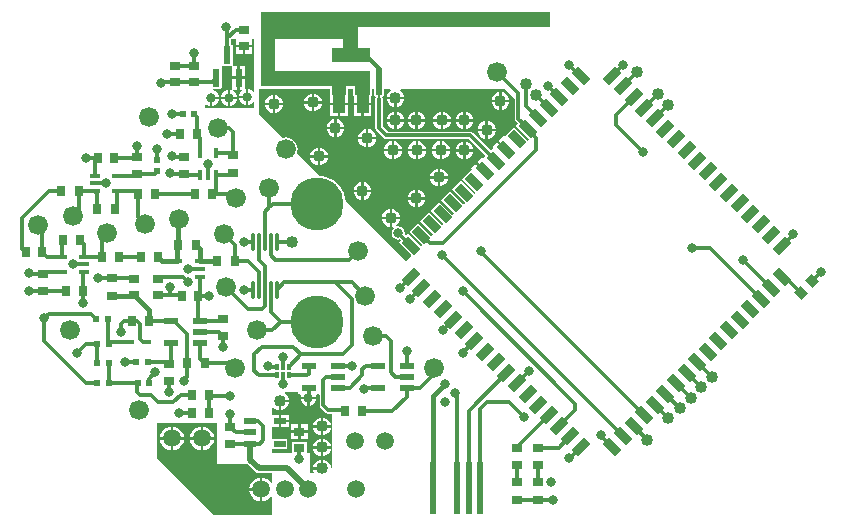
<source format=gtl>
%FSLAX24Y24*%
%MOIN*%
G70*
G01*
G75*
G04 Layer_Physical_Order=1*
G04 Layer_Color=255*
%ADD10R,0.0354X0.0276*%
%ADD11R,0.0315X0.0354*%
%ADD12R,0.0354X0.0315*%
%ADD13R,0.0236X0.0197*%
%ADD14R,0.0236X0.0591*%
%ADD15R,0.0197X0.0236*%
%ADD16R,0.0335X0.0157*%
%ADD17R,0.0276X0.0354*%
%ADD18R,0.0157X0.0335*%
%ADD19R,0.0512X0.0217*%
%ADD20R,0.0157X0.0157*%
%ADD21R,0.0118X0.0209*%
%ADD22R,0.0118X0.0193*%
%ADD23O,0.0118X0.0650*%
%ADD24R,0.0394X0.0217*%
G04:AMPARAMS|DCode=25|XSize=59.8mil|YSize=30mil|CornerRadius=0mil|HoleSize=0mil|Usage=FLASHONLY|Rotation=225.000|XOffset=0mil|YOffset=0mil|HoleType=Round|Shape=Rectangle|*
%AMROTATEDRECTD25*
4,1,4,0.0106,0.0318,0.0318,0.0106,-0.0106,-0.0318,-0.0318,-0.0106,0.0106,0.0318,0.0*
%
%ADD25ROTATEDRECTD25*%

G04:AMPARAMS|DCode=26|XSize=59.8mil|YSize=30mil|CornerRadius=0mil|HoleSize=0mil|Usage=FLASHONLY|Rotation=135.000|XOffset=0mil|YOffset=0mil|HoleType=Round|Shape=Rectangle|*
%AMROTATEDRECTD26*
4,1,4,0.0318,-0.0106,0.0106,-0.0318,-0.0318,0.0106,-0.0106,0.0318,0.0318,-0.0106,0.0*
%
%ADD26ROTATEDRECTD26*%

G04:AMPARAMS|DCode=27|XSize=60mil|YSize=30mil|CornerRadius=0mil|HoleSize=0mil|Usage=FLASHONLY|Rotation=135.000|XOffset=0mil|YOffset=0mil|HoleType=Round|Shape=Rectangle|*
%AMROTATEDRECTD27*
4,1,4,0.0318,-0.0106,0.0106,-0.0318,-0.0318,0.0106,-0.0106,0.0318,0.0318,-0.0106,0.0*
%
%ADD27ROTATEDRECTD27*%

%ADD28R,0.0240X0.1750*%
G04:AMPARAMS|DCode=29|XSize=35.4mil|YSize=31.5mil|CornerRadius=0mil|HoleSize=0mil|Usage=FLASHONLY|Rotation=315.000|XOffset=0mil|YOffset=0mil|HoleType=Round|Shape=Rectangle|*
%AMROTATEDRECTD29*
4,1,4,-0.0237,0.0014,-0.0014,0.0237,0.0237,-0.0014,0.0014,-0.0237,-0.0237,0.0014,0.0*
%
%ADD29ROTATEDRECTD29*%

%ADD30R,0.0098X0.0591*%
%ADD31R,0.0394X0.0591*%
%ADD32C,0.0120*%
%ADD33C,0.0150*%
%ADD34C,0.0200*%
%ADD35C,0.0984*%
%ADD36C,0.0591*%
%ADD37C,0.0661*%
%ADD38C,0.1772*%
%ADD39C,0.0400*%
%ADD40C,0.0320*%
G36*
X18578Y13972D02*
Y13300D01*
X18578Y13300D01*
X18578D01*
X18587Y13253D01*
X18613Y13213D01*
X18676Y13151D01*
X18599Y13075D01*
X19035Y12640D01*
X19035Y12592D01*
X18988Y12573D01*
X18543Y13018D01*
X18246Y12721D01*
Y12721D01*
X18243Y12718D01*
X18193D01*
X18189Y12721D01*
X18041Y12573D01*
X18323Y12291D01*
X18267Y12234D01*
X17984Y12516D01*
X17836Y12368D01*
X17864Y12340D01*
X17836Y12311D01*
X17836Y12311D01*
X17836Y12311D01*
X17774Y12249D01*
X17187Y12837D01*
X17147Y12863D01*
X17100Y12872D01*
X14351D01*
X14172Y13051D01*
Y13975D01*
X14163Y14022D01*
X14163Y14022D01*
X14163Y14022D01*
X14154Y14040D01*
X14154Y14040D01*
Y14040D01*
X14190Y14054D01*
X14209Y14100D01*
Y14300D01*
X14420D01*
X14436Y14253D01*
X14386Y14214D01*
X14338Y14151D01*
X14308Y14078D01*
X14303Y14040D01*
X14897D01*
X14892Y14078D01*
X14862Y14151D01*
X14814Y14214D01*
X14764Y14253D01*
X14780Y14300D01*
X18250D01*
X18578Y13972D01*
D02*
G37*
G36*
X19754Y16364D02*
X13356D01*
Y15675D01*
X13750D01*
Y15380D01*
X14144Y14986D01*
Y14100D01*
X13947D01*
Y14986D01*
X13750Y15183D01*
X12470D01*
Y15675D01*
X12864D01*
Y15970D01*
X10600D01*
Y14887D01*
X13750D01*
Y14100D01*
X13258D01*
Y14395D01*
X12963D01*
Y14100D01*
X12470D01*
Y14395D01*
X10108D01*
Y16856D01*
X19754D01*
Y16364D01*
D02*
G37*
G36*
X13882Y14100D02*
X13901Y14054D01*
X13936Y14040D01*
Y14018D01*
X13928Y13975D01*
Y13000D01*
X13928Y13000D01*
X13928D01*
X13937Y12953D01*
X13963Y12913D01*
X14213Y12663D01*
X14213Y12663D01*
X14213D01*
X14213Y12663D01*
X14213D01*
X14213Y12663D01*
Y12663D01*
Y12663D01*
D01*
D01*
X14213D01*
Y12663D01*
X14253Y12637D01*
X14300Y12628D01*
X17049D01*
X17601Y12076D01*
X17539Y12014D01*
Y12014D01*
X17535Y12011D01*
X17485D01*
X17482Y12014D01*
X17334Y11866D01*
X17616Y11583D01*
X17559Y11527D01*
X17277Y11809D01*
X17129Y11661D01*
X17157Y11632D01*
X17129Y11604D01*
Y11604D01*
X16832Y11307D01*
X17257Y10882D01*
X17257Y10834D01*
X17211Y10815D01*
X16775Y11251D01*
X16478Y10954D01*
X16902Y10530D01*
X16902Y10482D01*
X16855Y10463D01*
X16422Y10897D01*
X16125Y10600D01*
X16546Y10178D01*
X16546Y10131D01*
X16500Y10112D01*
X16068Y10543D01*
X15771Y10246D01*
X16191Y9827D01*
X16190Y9779D01*
X16144Y9760D01*
X15714Y10190D01*
X15417Y9893D01*
X15835Y9475D01*
X15835Y9428D01*
X15789Y9408D01*
X15361Y9836D01*
X15064Y9539D01*
X15480Y9124D01*
X15479Y9076D01*
X15433Y9057D01*
X15007Y9483D01*
X14945Y9421D01*
X14909Y9457D01*
X14917Y9500D01*
X14900Y9586D01*
X14852Y9659D01*
X14779Y9707D01*
X14693Y9724D01*
X14653Y9716D01*
X14633Y9762D01*
X14664Y9786D01*
X14712Y9849D01*
X14742Y9922D01*
X14747Y9960D01*
X14490D01*
Y9703D01*
X14518Y9706D01*
X14536Y9660D01*
X14535Y9659D01*
X14486Y9586D01*
X14469Y9500D01*
X14486Y9414D01*
X14535Y9341D01*
X14607Y9293D01*
X14693Y9276D01*
X14736Y9284D01*
X14772Y9248D01*
X14710Y9186D01*
X15124Y8772D01*
X15124Y8722D01*
X14950Y8550D01*
X12942Y10558D01*
X12932Y10654D01*
X12878Y10832D01*
X12790Y10997D01*
X12672Y11141D01*
X12528Y11259D01*
X12364Y11347D01*
X12185Y11401D01*
X12090Y11410D01*
X11322Y12178D01*
X11331Y12198D01*
X11344Y12300D01*
X11331Y12402D01*
X11291Y12497D01*
X11229Y12579D01*
X11147Y12641D01*
X11052Y12681D01*
X10950Y12694D01*
X10848Y12681D01*
X10828Y12672D01*
X10050Y13450D01*
Y14300D01*
X12406D01*
Y14100D01*
X12420Y14066D01*
Y13845D01*
X13013D01*
Y14066D01*
X13028Y14100D01*
Y14300D01*
X13193D01*
Y14100D01*
X13207Y14066D01*
Y13845D01*
X13801D01*
Y14066D01*
X13815Y14100D01*
Y14300D01*
X13882D01*
Y14100D01*
D02*
G37*
G36*
X11352Y4118D02*
X11422D01*
X11450Y4076D01*
X11447Y4068D01*
X11443Y4040D01*
X11957D01*
X11953Y4068D01*
X11950Y4076D01*
X11978Y4118D01*
X12064D01*
D01*
X12064D01*
X12078Y4104D01*
Y3750D01*
X12078Y3750D01*
X12078D01*
X12087Y3703D01*
X12113Y3663D01*
X12263Y3513D01*
X12303Y3487D01*
X12350Y3478D01*
X12500D01*
Y3072D01*
X12488Y3071D01*
Y3029D01*
X12500Y3028D01*
Y2372D01*
X12488Y2371D01*
Y2329D01*
X12500Y2328D01*
Y1672D01*
X12450Y1669D01*
X12442Y1728D01*
X12412Y1801D01*
X12364Y1864D01*
X12301Y1912D01*
X12228Y1942D01*
X12190Y1947D01*
Y1650D01*
X12150D01*
Y1610D01*
X11853D01*
X11858Y1572D01*
X11870Y1542D01*
X11842Y1500D01*
X11750D01*
Y2150D01*
X11637D01*
Y2542D01*
X11163D01*
Y2150D01*
X10500D01*
Y2308D01*
X10999D01*
Y2644D01*
X10500D01*
Y3016D01*
X10702D01*
Y3224D01*
Y3432D01*
X10500D01*
Y3657D01*
X10545Y3679D01*
X10599Y3638D01*
X10672Y3608D01*
X10710Y3603D01*
Y3900D01*
X10750D01*
Y3940D01*
X11047D01*
X11042Y3978D01*
X11012Y4051D01*
X10964Y4114D01*
X10914Y4153D01*
X10930Y4200D01*
X11352D01*
Y4118D01*
D02*
G37*
G36*
X8650Y1800D02*
X9669D01*
X9935Y1535D01*
X9988Y1499D01*
X10050Y1487D01*
X10050Y1487D01*
X10500D01*
Y1189D01*
X10453Y1173D01*
X10407Y1232D01*
X10325Y1295D01*
X10228Y1335D01*
X10165Y1343D01*
Y950D01*
Y557D01*
X10228Y565D01*
X10325Y605D01*
X10407Y668D01*
X10453Y727D01*
X10500Y711D01*
Y85D01*
X8535D01*
X6650Y1971D01*
Y3150D01*
X8650D01*
Y1800D01*
D02*
G37*
G36*
X9900Y14216D02*
X9853Y14199D01*
X9839Y14218D01*
X9784Y14259D01*
X9721Y14285D01*
X9693Y14289D01*
Y14032D01*
Y13775D01*
X9721Y13779D01*
X9784Y13805D01*
X9839Y13847D01*
X9853Y13865D01*
X9900Y13849D01*
Y13650D01*
X8250D01*
Y13769D01*
X8295Y13791D01*
X8319Y13773D01*
X8382Y13747D01*
X8410Y13743D01*
Y14000D01*
X8450D01*
Y14040D01*
X8707D01*
X8703Y14068D01*
X8677Y14131D01*
X8635Y14185D01*
X8581Y14227D01*
X8524Y14251D01*
X8533Y14300D01*
X8800D01*
Y14321D01*
X8804D01*
Y15031D01*
D01*
Y15031D01*
X8823Y15050D01*
X9000D01*
Y15069D01*
X9156D01*
Y14716D01*
X9334D01*
Y15071D01*
X9178D01*
Y15779D01*
X9122D01*
Y15949D01*
X9123Y15950D01*
X9273D01*
Y15764D01*
X9827D01*
Y15950D01*
X9900D01*
Y14216D01*
D02*
G37*
%LPC*%
G36*
X13540Y11197D02*
Y10940D01*
X13797D01*
X13792Y10978D01*
X13762Y11051D01*
X13714Y11114D01*
X13651Y11162D01*
X13578Y11192D01*
X13540Y11197D01*
D02*
G37*
G36*
X13460D02*
X13422Y11192D01*
X13349Y11162D01*
X13286Y11114D01*
X13238Y11051D01*
X13208Y10978D01*
X13203Y10940D01*
X13460D01*
Y11197D01*
D02*
G37*
G36*
X16090Y11647D02*
Y11390D01*
X16347D01*
X16342Y11428D01*
X16312Y11501D01*
X16264Y11564D01*
X16201Y11612D01*
X16128Y11642D01*
X16090Y11647D01*
D02*
G37*
G36*
X16347Y11310D02*
X16090D01*
Y11053D01*
X16128Y11058D01*
X16201Y11088D01*
X16264Y11136D01*
X16312Y11199D01*
X16342Y11272D01*
X16347Y11310D01*
D02*
G37*
G36*
X16010D02*
X15753D01*
X15758Y11272D01*
X15788Y11199D01*
X15836Y11136D01*
X15899Y11088D01*
X15972Y11058D01*
X16010Y11053D01*
Y11310D01*
D02*
G37*
G36*
Y11647D02*
X15972Y11642D01*
X15899Y11612D01*
X15836Y11564D01*
X15788Y11501D01*
X15758Y11428D01*
X15753Y11390D01*
X16010D01*
Y11647D01*
D02*
G37*
G36*
X15340Y10947D02*
Y10690D01*
X15597D01*
X15592Y10728D01*
X15562Y10801D01*
X15514Y10864D01*
X15451Y10912D01*
X15378Y10942D01*
X15340Y10947D01*
D02*
G37*
G36*
X15260Y10610D02*
X15003D01*
X15008Y10572D01*
X15038Y10499D01*
X15086Y10436D01*
X15149Y10388D01*
X15222Y10358D01*
X15260Y10353D01*
Y10610D01*
D02*
G37*
G36*
X14490Y10297D02*
Y10040D01*
X14747D01*
X14742Y10078D01*
X14712Y10151D01*
X14664Y10214D01*
X14601Y10262D01*
X14528Y10292D01*
X14490Y10297D01*
D02*
G37*
G36*
X14410D02*
X14372Y10292D01*
X14299Y10262D01*
X14236Y10214D01*
X14188Y10151D01*
X14158Y10078D01*
X14153Y10040D01*
X14410D01*
Y10297D01*
D02*
G37*
G36*
X15597Y10610D02*
X15340D01*
Y10353D01*
X15378Y10358D01*
X15451Y10388D01*
X15514Y10436D01*
X15562Y10499D01*
X15592Y10572D01*
X15597Y10610D01*
D02*
G37*
G36*
X15260Y10947D02*
X15222Y10942D01*
X15149Y10912D01*
X15086Y10864D01*
X15038Y10801D01*
X15008Y10728D01*
X15003Y10690D01*
X15260D01*
Y10947D01*
D02*
G37*
G36*
X13797Y10860D02*
X13540D01*
Y10603D01*
X13578Y10608D01*
X13651Y10638D01*
X13714Y10686D01*
X13762Y10749D01*
X13792Y10822D01*
X13797Y10860D01*
D02*
G37*
G36*
X13460D02*
X13203D01*
X13208Y10822D01*
X13238Y10749D01*
X13286Y10686D01*
X13349Y10638D01*
X13422Y10608D01*
X13460Y10603D01*
Y10860D01*
D02*
G37*
G36*
X12010Y12347D02*
X11972Y12342D01*
X11899Y12312D01*
X11836Y12264D01*
X11788Y12201D01*
X11758Y12128D01*
X11753Y12090D01*
X12010D01*
Y12347D01*
D02*
G37*
G36*
X16407Y12220D02*
X16150D01*
Y11963D01*
X16188Y11968D01*
X16261Y11998D01*
X16324Y12046D01*
X16372Y12109D01*
X16402Y12182D01*
X16407Y12220D01*
D02*
G37*
G36*
X16070D02*
X15813D01*
X15818Y12182D01*
X15848Y12109D01*
X15896Y12046D01*
X15959Y11998D01*
X16032Y11968D01*
X16070Y11963D01*
Y12220D01*
D02*
G37*
G36*
X12090Y12347D02*
Y12090D01*
X12347D01*
X12342Y12128D01*
X12312Y12201D01*
X12264Y12264D01*
X12201Y12312D01*
X12128Y12342D01*
X12090Y12347D01*
D02*
G37*
G36*
X14470Y12557D02*
X14432Y12552D01*
X14359Y12522D01*
X14296Y12474D01*
X14248Y12411D01*
X14218Y12338D01*
X14213Y12300D01*
X14470D01*
Y12557D01*
D02*
G37*
G36*
X16940Y12547D02*
Y12290D01*
X17197D01*
X17192Y12328D01*
X17162Y12401D01*
X17114Y12464D01*
X17051Y12512D01*
X16978Y12542D01*
X16940Y12547D01*
D02*
G37*
G36*
X16860D02*
X16822Y12542D01*
X16749Y12512D01*
X16686Y12464D01*
X16638Y12401D01*
X16608Y12328D01*
X16603Y12290D01*
X16860D01*
Y12547D01*
D02*
G37*
G36*
X15607Y12220D02*
X15350D01*
Y11963D01*
X15388Y11968D01*
X15461Y11998D01*
X15524Y12046D01*
X15572Y12109D01*
X15602Y12182D01*
X15607Y12220D01*
D02*
G37*
G36*
X16860Y12210D02*
X16603D01*
X16608Y12172D01*
X16638Y12099D01*
X16686Y12036D01*
X16749Y11988D01*
X16822Y11958D01*
X16860Y11953D01*
Y12210D01*
D02*
G37*
G36*
X12347Y12010D02*
X12090D01*
Y11753D01*
X12128Y11758D01*
X12201Y11788D01*
X12264Y11836D01*
X12312Y11899D01*
X12342Y11972D01*
X12347Y12010D01*
D02*
G37*
G36*
X12010D02*
X11753D01*
X11758Y11972D01*
X11788Y11899D01*
X11836Y11836D01*
X11899Y11788D01*
X11972Y11758D01*
X12010Y11753D01*
Y12010D01*
D02*
G37*
G36*
X17197Y12210D02*
X16940D01*
Y11953D01*
X16978Y11958D01*
X17051Y11988D01*
X17114Y12036D01*
X17162Y12099D01*
X17192Y12172D01*
X17197Y12210D01*
D02*
G37*
G36*
X15270Y12220D02*
X15013D01*
X15018Y12182D01*
X15048Y12109D01*
X15096Y12046D01*
X15159Y11998D01*
X15232Y11968D01*
X15270Y11963D01*
Y12220D01*
D02*
G37*
G36*
X14807D02*
X14550D01*
Y11963D01*
X14588Y11968D01*
X14661Y11998D01*
X14724Y12046D01*
X14772Y12109D01*
X14802Y12182D01*
X14807Y12220D01*
D02*
G37*
G36*
X14470D02*
X14213D01*
X14218Y12182D01*
X14248Y12109D01*
X14296Y12046D01*
X14359Y11998D01*
X14432Y11968D01*
X14470Y11963D01*
Y12220D01*
D02*
G37*
G36*
X12110Y2647D02*
X12072Y2642D01*
X11999Y2612D01*
X11936Y2564D01*
X11888Y2501D01*
X11858Y2428D01*
X11853Y2390D01*
X12110D01*
Y2647D01*
D02*
G37*
G36*
X8543Y2610D02*
X8190D01*
Y2257D01*
X8253Y2265D01*
X8349Y2305D01*
X8432Y2368D01*
X8495Y2451D01*
X8535Y2547D01*
X8543Y2610D01*
D02*
G37*
G36*
X8110D02*
X7757D01*
X7765Y2547D01*
X7805Y2451D01*
X7868Y2368D01*
X7951Y2305D01*
X8047Y2265D01*
X8110Y2257D01*
Y2610D01*
D02*
G37*
G36*
X12190Y2647D02*
Y2390D01*
X12447D01*
X12442Y2428D01*
X12412Y2501D01*
X12364Y2564D01*
X12301Y2612D01*
X12228Y2642D01*
X12190Y2647D01*
D02*
G37*
G36*
X7110Y3043D02*
X7047Y3035D01*
X6951Y2995D01*
X6868Y2932D01*
X6805Y2849D01*
X6765Y2753D01*
X6757Y2690D01*
X7110D01*
Y3043D01*
D02*
G37*
G36*
X11677Y2836D02*
X11440D01*
Y2618D01*
X11677D01*
Y2836D01*
D02*
G37*
G36*
X11360D02*
X11123D01*
Y2618D01*
X11360D01*
Y2836D01*
D02*
G37*
G36*
X12110Y1947D02*
X12072Y1942D01*
X11999Y1912D01*
X11936Y1864D01*
X11888Y1801D01*
X11858Y1728D01*
X11853Y1690D01*
X12110D01*
Y1947D01*
D02*
G37*
G36*
X10085Y1343D02*
X10022Y1335D01*
X9926Y1295D01*
X9843Y1232D01*
X9780Y1149D01*
X9740Y1053D01*
X9732Y990D01*
X10085D01*
Y1343D01*
D02*
G37*
G36*
Y910D02*
X9732D01*
X9740Y847D01*
X9780Y751D01*
X9843Y668D01*
X9926Y605D01*
X10022Y565D01*
X10085Y557D01*
Y910D01*
D02*
G37*
G36*
X12110Y2310D02*
X11853D01*
X11858Y2272D01*
X11888Y2199D01*
X11936Y2136D01*
X11999Y2088D01*
X12072Y2058D01*
X12110Y2053D01*
Y2310D01*
D02*
G37*
G36*
X7543Y2610D02*
X7190D01*
Y2257D01*
X7253Y2265D01*
X7349Y2305D01*
X7432Y2368D01*
X7495Y2451D01*
X7535Y2547D01*
X7543Y2610D01*
D02*
G37*
G36*
X7110D02*
X6757D01*
X6765Y2547D01*
X6805Y2451D01*
X6868Y2368D01*
X6951Y2305D01*
X7047Y2265D01*
X7110Y2257D01*
Y2610D01*
D02*
G37*
G36*
X12447Y2310D02*
X12190D01*
Y2053D01*
X12228Y2058D01*
X12301Y2088D01*
X12364Y2136D01*
X12412Y2199D01*
X12442Y2272D01*
X12447Y2310D01*
D02*
G37*
G36*
X7190Y3043D02*
Y2690D01*
X7543D01*
X7535Y2753D01*
X7495Y2849D01*
X7432Y2932D01*
X7349Y2995D01*
X7253Y3035D01*
X7190Y3043D01*
D02*
G37*
G36*
X11039Y3432D02*
X10782D01*
Y3264D01*
X11039D01*
Y3432D01*
D02*
G37*
G36*
X12190Y3347D02*
Y3090D01*
X12447D01*
X12442Y3128D01*
X12412Y3201D01*
X12364Y3264D01*
X12301Y3312D01*
X12228Y3342D01*
X12190Y3347D01*
D02*
G37*
G36*
X12110D02*
X12072Y3342D01*
X11999Y3312D01*
X11936Y3264D01*
X11888Y3201D01*
X11858Y3128D01*
X11853Y3090D01*
X12110D01*
Y3347D01*
D02*
G37*
G36*
X11047Y3860D02*
X10790D01*
Y3603D01*
X10828Y3608D01*
X10901Y3638D01*
X10964Y3686D01*
X11012Y3749D01*
X11042Y3822D01*
X11047Y3860D01*
D02*
G37*
G36*
X14410Y9960D02*
X14153D01*
X14158Y9922D01*
X14188Y9849D01*
X14236Y9786D01*
X14299Y9738D01*
X14372Y9708D01*
X14410Y9703D01*
Y9960D01*
D02*
G37*
G36*
X11957Y3960D02*
X11740D01*
Y3743D01*
X11768Y3747D01*
X11831Y3773D01*
X11885Y3815D01*
X11927Y3869D01*
X11953Y3932D01*
X11957Y3960D01*
D02*
G37*
G36*
X11660D02*
X11443D01*
X11447Y3932D01*
X11473Y3869D01*
X11515Y3815D01*
X11569Y3773D01*
X11632Y3747D01*
X11660Y3743D01*
Y3960D01*
D02*
G37*
G36*
X12110Y3010D02*
X11853D01*
X11858Y2972D01*
X11888Y2899D01*
X11936Y2836D01*
X11999Y2788D01*
X12072Y2758D01*
X12110Y2753D01*
Y3010D01*
D02*
G37*
G36*
X8190Y3043D02*
Y2690D01*
X8543D01*
X8535Y2753D01*
X8495Y2849D01*
X8432Y2932D01*
X8349Y2995D01*
X8253Y3035D01*
X8190Y3043D01*
D02*
G37*
G36*
X8110D02*
X8047Y3035D01*
X7951Y2995D01*
X7868Y2932D01*
X7805Y2849D01*
X7765Y2753D01*
X7757Y2690D01*
X8110D01*
Y3043D01*
D02*
G37*
G36*
X12447Y3010D02*
X12190D01*
Y2753D01*
X12228Y2758D01*
X12301Y2788D01*
X12364Y2836D01*
X12412Y2899D01*
X12442Y2972D01*
X12447Y3010D01*
D02*
G37*
G36*
X11039Y3184D02*
X10782D01*
Y3016D01*
X11039D01*
Y3184D01*
D02*
G37*
G36*
X11677Y3133D02*
X11440D01*
Y2916D01*
X11677D01*
Y3133D01*
D02*
G37*
G36*
X11360D02*
X11123D01*
Y2916D01*
X11360D01*
Y3133D01*
D02*
G37*
G36*
X14550Y12557D02*
Y12300D01*
X14807D01*
X14802Y12338D01*
X14772Y12411D01*
X14724Y12474D01*
X14661Y12522D01*
X14588Y12552D01*
X14550Y12557D01*
D02*
G37*
G36*
X18060Y13860D02*
X17803D01*
X17808Y13822D01*
X17838Y13749D01*
X17886Y13686D01*
X17949Y13638D01*
X18022Y13608D01*
X18060Y13603D01*
Y13860D01*
D02*
G37*
G36*
X12147Y13810D02*
X11890D01*
Y13553D01*
X11928Y13558D01*
X12001Y13588D01*
X12064Y13636D01*
X12112Y13699D01*
X12142Y13772D01*
X12147Y13810D01*
D02*
G37*
G36*
X11810D02*
X11553D01*
X11558Y13772D01*
X11588Y13699D01*
X11636Y13636D01*
X11699Y13588D01*
X11772Y13558D01*
X11810Y13553D01*
Y13810D01*
D02*
G37*
G36*
X18397Y13860D02*
X18140D01*
Y13603D01*
X18178Y13608D01*
X18251Y13638D01*
X18314Y13686D01*
X18362Y13749D01*
X18392Y13822D01*
X18397Y13860D01*
D02*
G37*
G36*
X8707Y13960D02*
X8490D01*
Y13743D01*
X8518Y13747D01*
X8581Y13773D01*
X8635Y13815D01*
X8677Y13869D01*
X8703Y13932D01*
X8707Y13960D01*
D02*
G37*
G36*
X14897D02*
X14640D01*
Y13703D01*
X14678Y13708D01*
X14751Y13738D01*
X14814Y13786D01*
X14862Y13849D01*
X14892Y13922D01*
X14897Y13960D01*
D02*
G37*
G36*
X14560D02*
X14303D01*
X14308Y13922D01*
X14338Y13849D01*
X14386Y13786D01*
X14449Y13738D01*
X14522Y13708D01*
X14560Y13703D01*
Y13960D01*
D02*
G37*
G36*
X10847Y13760D02*
X10590D01*
Y13503D01*
X10628Y13508D01*
X10701Y13538D01*
X10764Y13586D01*
X10812Y13649D01*
X10842Y13722D01*
X10847Y13760D01*
D02*
G37*
G36*
X12677Y13765D02*
X12420D01*
Y13409D01*
X12677D01*
Y13765D01*
D02*
G37*
G36*
X16940Y13547D02*
Y13290D01*
X17197D01*
X17192Y13328D01*
X17162Y13401D01*
X17114Y13464D01*
X17051Y13512D01*
X16978Y13542D01*
X16940Y13547D01*
D02*
G37*
G36*
X16860D02*
X16822Y13542D01*
X16749Y13512D01*
X16686Y13464D01*
X16638Y13401D01*
X16608Y13328D01*
X16603Y13290D01*
X16860D01*
Y13547D01*
D02*
G37*
G36*
X13013Y13765D02*
X12757D01*
Y13409D01*
X13013D01*
Y13765D01*
D02*
G37*
G36*
X10510Y13760D02*
X10253D01*
X10258Y13722D01*
X10288Y13649D01*
X10336Y13586D01*
X10399Y13538D01*
X10472Y13508D01*
X10510Y13503D01*
Y13760D01*
D02*
G37*
G36*
X13801Y13765D02*
X13544D01*
Y13409D01*
X13801D01*
Y13765D01*
D02*
G37*
G36*
X13464D02*
X13207D01*
Y13409D01*
X13464D01*
Y13765D01*
D02*
G37*
G36*
X9592Y14636D02*
X9414D01*
Y14281D01*
X9472D01*
X9488Y14233D01*
X9468Y14218D01*
X9426Y14163D01*
X9400Y14100D01*
X9396Y14072D01*
X9613D01*
Y14306D01*
X9592Y14324D01*
Y14636D01*
D02*
G37*
G36*
X9010Y14257D02*
X8982Y14253D01*
X8919Y14227D01*
X8865Y14185D01*
X8823Y14131D01*
X8797Y14068D01*
X8793Y14040D01*
X9010D01*
Y14257D01*
D02*
G37*
G36*
X18140Y14197D02*
Y13940D01*
X18397D01*
X18392Y13978D01*
X18362Y14051D01*
X18314Y14114D01*
X18251Y14162D01*
X18178Y14192D01*
X18140Y14197D01*
D02*
G37*
G36*
X9334Y14636D02*
X9156D01*
Y14285D01*
X9156Y14285D01*
Y14281D01*
D01*
X9150Y14267D01*
X9118Y14253D01*
X9090Y14257D01*
Y14040D01*
X9307D01*
X9303Y14068D01*
X9277Y14131D01*
X9235Y14185D01*
X9181Y14227D01*
X9170Y14232D01*
X9179Y14276D01*
D01*
X9180Y14281D01*
X9334D01*
Y14636D01*
D02*
G37*
G36*
X9827Y15684D02*
X9590D01*
Y15467D01*
X9827D01*
Y15684D01*
D02*
G37*
G36*
X9510D02*
X9273D01*
Y15467D01*
X9510D01*
Y15684D01*
D02*
G37*
G36*
X9592Y15071D02*
X9414D01*
Y14716D01*
X9592D01*
Y15071D01*
D02*
G37*
G36*
X18060Y14197D02*
X18022Y14192D01*
X17949Y14162D01*
X17886Y14114D01*
X17838Y14051D01*
X17808Y13978D01*
X17803Y13940D01*
X18060D01*
Y14197D01*
D02*
G37*
G36*
X9613Y13992D02*
X9396D01*
X9400Y13964D01*
X9426Y13901D01*
X9468Y13847D01*
X9522Y13805D01*
X9585Y13779D01*
X9613Y13775D01*
Y13992D01*
D02*
G37*
G36*
X9307Y13960D02*
X9090D01*
Y13743D01*
X9118Y13747D01*
X9181Y13773D01*
X9235Y13815D01*
X9277Y13869D01*
X9303Y13932D01*
X9307Y13960D01*
D02*
G37*
G36*
X9010D02*
X8793D01*
X8797Y13932D01*
X8823Y13869D01*
X8865Y13815D01*
X8919Y13773D01*
X8982Y13747D01*
X9010Y13743D01*
Y13960D01*
D02*
G37*
G36*
X10510Y14097D02*
X10472Y14092D01*
X10399Y14062D01*
X10336Y14014D01*
X10288Y13951D01*
X10258Y13878D01*
X10253Y13840D01*
X10510D01*
Y14097D01*
D02*
G37*
G36*
X11890Y14147D02*
Y13890D01*
X12147D01*
X12142Y13928D01*
X12112Y14001D01*
X12064Y14064D01*
X12001Y14112D01*
X11928Y14142D01*
X11890Y14147D01*
D02*
G37*
G36*
X11810D02*
X11772Y14142D01*
X11699Y14112D01*
X11636Y14064D01*
X11588Y14001D01*
X11558Y13928D01*
X11553Y13890D01*
X11810D01*
Y14147D01*
D02*
G37*
G36*
X10590Y14097D02*
Y13840D01*
X10847D01*
X10842Y13878D01*
X10812Y13951D01*
X10764Y14014D01*
X10701Y14062D01*
X10628Y14092D01*
X10590Y14097D01*
D02*
G37*
G36*
X12560Y12960D02*
X12303D01*
X12308Y12922D01*
X12338Y12849D01*
X12386Y12786D01*
X12449Y12738D01*
X12522Y12708D01*
X12560Y12703D01*
Y12960D01*
D02*
G37*
G36*
X13700Y12957D02*
Y12700D01*
X13957D01*
X13952Y12738D01*
X13922Y12811D01*
X13874Y12874D01*
X13811Y12922D01*
X13738Y12952D01*
X13700Y12957D01*
D02*
G37*
G36*
X13620D02*
X13582Y12952D01*
X13509Y12922D01*
X13446Y12874D01*
X13398Y12811D01*
X13368Y12738D01*
X13363Y12700D01*
X13620D01*
Y12957D01*
D02*
G37*
G36*
X12897Y12960D02*
X12640D01*
Y12703D01*
X12678Y12708D01*
X12751Y12738D01*
X12814Y12786D01*
X12862Y12849D01*
X12892Y12922D01*
X12897Y12960D01*
D02*
G37*
G36*
X15260Y13210D02*
X15003D01*
X15008Y13172D01*
X15038Y13099D01*
X15086Y13036D01*
X15149Y12988D01*
X15222Y12958D01*
X15260Y12953D01*
Y13210D01*
D02*
G37*
G36*
X14897D02*
X14640D01*
Y12953D01*
X14678Y12958D01*
X14751Y12988D01*
X14814Y13036D01*
X14862Y13099D01*
X14892Y13172D01*
X14897Y13210D01*
D02*
G37*
G36*
X14560D02*
X14303D01*
X14308Y13172D01*
X14338Y13099D01*
X14386Y13036D01*
X14449Y12988D01*
X14522Y12958D01*
X14560Y12953D01*
Y13210D01*
D02*
G37*
G36*
X17937Y12900D02*
X17680D01*
Y12643D01*
X17718Y12648D01*
X17791Y12678D01*
X17854Y12726D01*
X17902Y12789D01*
X17932Y12862D01*
X17937Y12900D01*
D02*
G37*
G36*
X16070Y12557D02*
X16032Y12552D01*
X15959Y12522D01*
X15896Y12474D01*
X15848Y12411D01*
X15818Y12338D01*
X15813Y12300D01*
X16070D01*
Y12557D01*
D02*
G37*
G36*
X15350D02*
Y12300D01*
X15607D01*
X15602Y12338D01*
X15572Y12411D01*
X15524Y12474D01*
X15461Y12522D01*
X15388Y12552D01*
X15350Y12557D01*
D02*
G37*
G36*
X15270D02*
X15232Y12552D01*
X15159Y12522D01*
X15096Y12474D01*
X15048Y12411D01*
X15018Y12338D01*
X15013Y12300D01*
X15270D01*
Y12557D01*
D02*
G37*
G36*
X16150D02*
Y12300D01*
X16407D01*
X16402Y12338D01*
X16372Y12411D01*
X16324Y12474D01*
X16261Y12522D01*
X16188Y12552D01*
X16150Y12557D01*
D02*
G37*
G36*
X17600Y12900D02*
X17343D01*
X17348Y12862D01*
X17378Y12789D01*
X17426Y12726D01*
X17489Y12678D01*
X17562Y12648D01*
X17600Y12643D01*
Y12900D01*
D02*
G37*
G36*
X13957Y12620D02*
X13700D01*
Y12363D01*
X13738Y12368D01*
X13811Y12398D01*
X13874Y12446D01*
X13922Y12509D01*
X13952Y12582D01*
X13957Y12620D01*
D02*
G37*
G36*
X13620D02*
X13363D01*
X13368Y12582D01*
X13398Y12509D01*
X13446Y12446D01*
X13509Y12398D01*
X13582Y12368D01*
X13620Y12363D01*
Y12620D01*
D02*
G37*
G36*
X14640Y13547D02*
Y13290D01*
X14897D01*
X14892Y13328D01*
X14862Y13401D01*
X14814Y13464D01*
X14751Y13512D01*
X14678Y13542D01*
X14640Y13547D01*
D02*
G37*
G36*
X14560D02*
X14522Y13542D01*
X14449Y13512D01*
X14386Y13464D01*
X14338Y13401D01*
X14308Y13328D01*
X14303Y13290D01*
X14560D01*
Y13547D01*
D02*
G37*
G36*
X12640Y13297D02*
Y13040D01*
X12897D01*
X12892Y13078D01*
X12862Y13151D01*
X12814Y13214D01*
X12751Y13262D01*
X12678Y13292D01*
X12640Y13297D01*
D02*
G37*
G36*
X15260Y13547D02*
X15222Y13542D01*
X15149Y13512D01*
X15086Y13464D01*
X15038Y13401D01*
X15008Y13328D01*
X15003Y13290D01*
X15260D01*
Y13547D01*
D02*
G37*
G36*
X16190D02*
Y13290D01*
X16447D01*
X16442Y13328D01*
X16412Y13401D01*
X16364Y13464D01*
X16301Y13512D01*
X16228Y13542D01*
X16190Y13547D01*
D02*
G37*
G36*
X16110D02*
X16072Y13542D01*
X15999Y13512D01*
X15936Y13464D01*
X15888Y13401D01*
X15858Y13328D01*
X15853Y13290D01*
X16110D01*
Y13547D01*
D02*
G37*
G36*
X15340D02*
Y13290D01*
X15597D01*
X15592Y13328D01*
X15562Y13401D01*
X15514Y13464D01*
X15451Y13512D01*
X15378Y13542D01*
X15340Y13547D01*
D02*
G37*
G36*
X12560Y13297D02*
X12522Y13292D01*
X12449Y13262D01*
X12386Y13214D01*
X12338Y13151D01*
X12308Y13078D01*
X12303Y13040D01*
X12560D01*
Y13297D01*
D02*
G37*
G36*
X16447Y13210D02*
X16190D01*
Y12953D01*
X16228Y12958D01*
X16301Y12988D01*
X16364Y13036D01*
X16412Y13099D01*
X16442Y13172D01*
X16447Y13210D01*
D02*
G37*
G36*
X16110D02*
X15853D01*
X15858Y13172D01*
X15888Y13099D01*
X15936Y13036D01*
X15999Y12988D01*
X16072Y12958D01*
X16110Y12953D01*
Y13210D01*
D02*
G37*
G36*
X15597D02*
X15340D01*
Y12953D01*
X15378Y12958D01*
X15451Y12988D01*
X15514Y13036D01*
X15562Y13099D01*
X15592Y13172D01*
X15597Y13210D01*
D02*
G37*
G36*
X16860D02*
X16603D01*
X16608Y13172D01*
X16638Y13099D01*
X16686Y13036D01*
X16749Y12988D01*
X16822Y12958D01*
X16860Y12953D01*
Y13210D01*
D02*
G37*
G36*
X17680Y13237D02*
Y12980D01*
X17937D01*
X17932Y13018D01*
X17902Y13091D01*
X17854Y13154D01*
X17791Y13202D01*
X17718Y13232D01*
X17680Y13237D01*
D02*
G37*
G36*
X17600D02*
X17562Y13232D01*
X17489Y13202D01*
X17426Y13154D01*
X17378Y13091D01*
X17348Y13018D01*
X17343Y12980D01*
X17600D01*
Y13237D01*
D02*
G37*
G36*
X17197Y13210D02*
X16940D01*
Y12953D01*
X16978Y12958D01*
X17051Y12988D01*
X17114Y13036D01*
X17162Y13099D01*
X17192Y13172D01*
X17197Y13210D01*
D02*
G37*
%LPD*%
D10*
X18650Y2345D02*
D03*
Y1755D02*
D03*
X19350Y2345D02*
D03*
Y1755D02*
D03*
X18650Y605D02*
D03*
Y1195D02*
D03*
X19350Y605D02*
D03*
Y1195D02*
D03*
X9200Y11505D02*
D03*
Y12095D02*
D03*
X5150Y7995D02*
D03*
Y7405D02*
D03*
D11*
X7424Y12800D02*
D03*
X7976D02*
D03*
X5226Y12000D02*
D03*
X4674D02*
D03*
X2274Y8850D02*
D03*
X2826D02*
D03*
X8376Y4100D02*
D03*
X7824D02*
D03*
X6576Y10800D02*
D03*
X6024D02*
D03*
X3624Y7550D02*
D03*
X4176D02*
D03*
X7474Y7400D02*
D03*
X8026D02*
D03*
X6124Y8700D02*
D03*
X6676D02*
D03*
D12*
X7550Y12026D02*
D03*
Y11474D02*
D03*
X7250Y15076D02*
D03*
Y14524D02*
D03*
X7900Y15076D02*
D03*
Y14524D02*
D03*
X9550Y16276D02*
D03*
Y15724D02*
D03*
X6000Y12026D02*
D03*
Y11474D02*
D03*
X5900Y7976D02*
D03*
Y7424D02*
D03*
X7050Y4574D02*
D03*
Y5126D02*
D03*
X11400Y2324D02*
D03*
Y2876D02*
D03*
X8850Y6074D02*
D03*
Y6626D02*
D03*
X2850Y7574D02*
D03*
Y8126D02*
D03*
X6700Y7424D02*
D03*
Y7976D02*
D03*
X9100Y3026D02*
D03*
Y2474D02*
D03*
D13*
X7503Y13450D02*
D03*
X7897D02*
D03*
X4613Y6640D02*
D03*
X5007D02*
D03*
X4653Y5800D02*
D03*
X5047D02*
D03*
X5047Y5150D02*
D03*
X4653D02*
D03*
X5047Y4500D02*
D03*
X4653D02*
D03*
X6003Y4500D02*
D03*
X6397D02*
D03*
X5953Y5200D02*
D03*
X6347D02*
D03*
D14*
X9000Y15424D02*
D03*
X9374Y14676D02*
D03*
X8626D02*
D03*
D15*
X6650Y11947D02*
D03*
Y11553D02*
D03*
D16*
X4576Y11406D02*
D03*
Y11150D02*
D03*
Y10894D02*
D03*
X5324D02*
D03*
Y11406D02*
D03*
X4224Y8194D02*
D03*
Y8450D02*
D03*
Y8706D02*
D03*
X3476D02*
D03*
Y8194D02*
D03*
X8074Y8044D02*
D03*
Y8300D02*
D03*
Y8556D02*
D03*
X7326D02*
D03*
Y8044D02*
D03*
D17*
X3455Y10900D02*
D03*
X4045D02*
D03*
X4655Y10300D02*
D03*
X5245D02*
D03*
X4095Y9250D02*
D03*
X3505D02*
D03*
X7655Y5150D02*
D03*
X8245D02*
D03*
X6395Y6550D02*
D03*
X5805D02*
D03*
X7805Y3500D02*
D03*
X8395D02*
D03*
X12905Y3550D02*
D03*
X13495D02*
D03*
X7905Y10800D02*
D03*
X8495D02*
D03*
X5395Y8700D02*
D03*
X4805D02*
D03*
X9245Y8550D02*
D03*
X8655D02*
D03*
X7945Y9100D02*
D03*
X7355D02*
D03*
D18*
X8094Y11426D02*
D03*
X8350D02*
D03*
X8606D02*
D03*
Y12174D02*
D03*
X8094D02*
D03*
D19*
X8092Y5826D02*
D03*
Y6200D02*
D03*
Y6574D02*
D03*
X7108D02*
D03*
Y5826D02*
D03*
X12692Y4326D02*
D03*
Y4700D02*
D03*
Y5074D02*
D03*
X11708D02*
D03*
Y4326D02*
D03*
X14992D02*
D03*
Y4700D02*
D03*
Y5074D02*
D03*
X14008D02*
D03*
Y4326D02*
D03*
D20*
X6376Y5850D02*
D03*
X5824D02*
D03*
D21*
X10653Y4760D02*
D03*
D22*
X10850Y4752D02*
D03*
X11047D02*
D03*
Y5048D02*
D03*
X10850D02*
D03*
X10653D02*
D03*
D23*
X10644Y9207D02*
D03*
X10447D02*
D03*
X10250D02*
D03*
X10053D02*
D03*
X9856D02*
D03*
X10644Y7593D02*
D03*
X10447D02*
D03*
X10250D02*
D03*
X10053D02*
D03*
X9856D02*
D03*
D24*
X10742Y3224D02*
D03*
Y2476D02*
D03*
X9758D02*
D03*
Y2850D02*
D03*
Y3224D02*
D03*
D25*
X20770Y2363D02*
D03*
X20416Y2716D02*
D03*
X20063Y3070D02*
D03*
X19709Y3423D02*
D03*
X19355Y3777D02*
D03*
X19002Y4131D02*
D03*
X18648Y4484D02*
D03*
X18295Y4838D02*
D03*
X17941Y5191D02*
D03*
X17588Y5545D02*
D03*
X17234Y5898D02*
D03*
X16881Y6252D02*
D03*
X16527Y6605D02*
D03*
X16173Y6959D02*
D03*
X15820Y7313D02*
D03*
X15466Y7666D02*
D03*
X15113Y8020D02*
D03*
X21830Y14737D02*
D03*
X22184Y14384D02*
D03*
X22537Y14030D02*
D03*
X22891Y13677D02*
D03*
X23245Y13323D02*
D03*
X23598Y12969D02*
D03*
X23952Y12616D02*
D03*
X24305Y12262D02*
D03*
X24659Y11909D02*
D03*
X25012Y11555D02*
D03*
X25366Y11202D02*
D03*
X25719Y10848D02*
D03*
X26073Y10495D02*
D03*
X26427Y10141D02*
D03*
X26780Y9787D02*
D03*
X27134Y9434D02*
D03*
X27487Y9080D02*
D03*
D26*
X15113D02*
D03*
X15466Y9434D02*
D03*
X15820Y9787D02*
D03*
X16173Y10141D02*
D03*
X16527Y10495D02*
D03*
X16881Y10848D02*
D03*
X17234Y11202D02*
D03*
X17588Y11555D02*
D03*
X17941Y11909D02*
D03*
X18295Y12262D02*
D03*
X18648Y12616D02*
D03*
X19002Y12969D02*
D03*
X19355Y13323D02*
D03*
X19709Y13677D02*
D03*
X20063Y14030D02*
D03*
X20416Y14384D02*
D03*
X20770Y14737D02*
D03*
D27*
X27487Y8020D02*
D03*
X27134Y7666D02*
D03*
X26780Y7313D02*
D03*
X26427Y6959D02*
D03*
X26073Y6605D02*
D03*
X25719Y6252D02*
D03*
X25366Y5898D02*
D03*
X25012Y5545D02*
D03*
X24659Y5191D02*
D03*
X24305Y4838D02*
D03*
X23952Y4484D02*
D03*
X23598Y4131D02*
D03*
X23245Y3777D02*
D03*
X22891Y3423D02*
D03*
X22537Y3070D02*
D03*
X22184Y2716D02*
D03*
X21830Y2363D02*
D03*
D28*
X15856Y1000D02*
D03*
X16644D02*
D03*
X17037D02*
D03*
X17431D02*
D03*
D29*
X28495Y7895D02*
D03*
X28105Y7505D02*
D03*
D30*
X14045Y13805D02*
D03*
D31*
X13504D02*
D03*
X12717D02*
D03*
D32*
X18950Y13728D02*
Y14450D01*
Y13728D02*
X19355Y13323D01*
X14693Y9500D02*
X15113Y9080D01*
X16179Y9150D02*
X19300Y12271D01*
Y12671D01*
X19002Y12969D02*
X19300Y12671D01*
X15466Y9434D02*
X15750Y9150D01*
X16179D01*
X19300Y14086D02*
X19709Y13677D01*
X18000Y14850D02*
X18700Y14150D01*
Y13300D02*
Y14150D01*
X17407Y8907D02*
X17450Y8950D01*
Y8900D02*
Y8950D01*
X23245Y13323D02*
X23700Y13778D01*
X22891Y13677D02*
X23350Y14136D01*
X22184Y14384D02*
X22650Y14850D01*
X24659Y5191D02*
X25150Y4700D01*
X24305Y4838D02*
X24793Y4350D01*
X23952Y4484D02*
X24450Y3986D01*
X23598Y4131D02*
X24079Y3650D01*
X23245Y3777D02*
X23700Y3322D01*
X22537Y3070D02*
X23000Y2607D01*
X8900Y9450D02*
X9245Y9105D01*
Y8550D02*
Y9105D01*
X26200Y8600D02*
X27134Y7666D01*
X8376Y3520D02*
Y4100D01*
X8426Y4050D02*
X9100D01*
X16850Y7550D02*
X20600Y3800D01*
Y3607D02*
Y3800D01*
X20063Y3070D02*
X20600Y3607D01*
X18400Y3850D02*
X18900Y3350D01*
X17650Y3850D02*
X18400D01*
X5805Y6550D02*
X6000D01*
X6100Y6450D01*
Y5950D02*
Y6450D01*
Y5950D02*
X6200Y5850D01*
X6376D01*
X5550Y6550D02*
X5805D01*
X5455Y6455D02*
X5550Y6550D01*
X5455Y6200D02*
Y6455D01*
X8700Y13000D02*
X9050D01*
X4300Y5800D02*
X4653D01*
X4000Y5500D02*
X4300Y5800D01*
Y4500D02*
X4653D01*
X2900Y5900D02*
X4300Y4500D01*
X2900Y5900D02*
Y6650D01*
X4453Y6800D02*
X4613Y6640D01*
X3050Y6800D02*
X4453D01*
X2900Y6650D02*
X3050Y6800D01*
X14050Y13000D02*
Y13975D01*
X13150Y5750D02*
Y7300D01*
X12600Y7850D02*
X13150D01*
X12600D02*
X13150Y7300D01*
X10901Y7850D02*
X12600D01*
X13150D02*
X13600Y7400D01*
X13050Y8600D02*
X13350Y8900D01*
X10600Y8600D02*
X13050D01*
X18700Y13300D02*
X19002Y12998D01*
Y12969D02*
Y12998D01*
X16150Y8750D02*
X22184Y2716D01*
X17407Y8907D02*
X22891Y3423D01*
X21950Y13443D02*
X22537Y14030D01*
X21950Y13100D02*
Y13443D01*
Y13100D02*
X22850Y12200D01*
X9758Y2476D02*
X10076D01*
X10200Y2600D01*
Y3050D01*
X10026Y3224D02*
X10200Y3050D01*
X9758Y3224D02*
X10026D01*
X9100Y3026D02*
X9276Y2850D01*
X9758D01*
X11400Y1950D02*
Y2324D01*
X14750Y7657D02*
X15113Y8020D01*
X15100Y7300D02*
X15466Y7666D01*
X15100Y7300D02*
X15100D01*
X16172Y6250D02*
X16527Y6605D01*
X16836Y5500D02*
X17234Y5898D01*
X10400Y10350D02*
Y11000D01*
X9245Y8550D02*
X9700D01*
X10053Y8197D01*
Y7593D02*
Y8197D01*
X10250Y9207D02*
Y10200D01*
X10518Y10468D02*
X12000D01*
X10250Y10200D02*
X10400Y10350D01*
X10518Y10468D01*
X10447Y6853D02*
Y7593D01*
Y6853D02*
X10769Y6532D01*
X12000D01*
X10250Y7050D02*
Y7593D01*
X10150Y6950D02*
X10250Y7050D01*
X9700Y6950D02*
X10150D01*
X8950Y7700D02*
X9700Y6950D01*
X10053Y8597D02*
Y9207D01*
Y8597D02*
X10250Y8400D01*
Y7593D02*
Y8400D01*
X8074Y7448D02*
Y8044D01*
X8026Y7400D02*
X8074Y7448D01*
X7700Y8300D02*
X8074D01*
X8026Y7400D02*
X8400D01*
X8400Y7400D01*
X9557Y7593D02*
X9856D01*
X9550Y7600D02*
X9557Y7593D01*
X9557Y9207D02*
X9856D01*
X9550Y9200D02*
X9557Y9207D01*
X10644D02*
X11143D01*
X11150Y9200D01*
X6769Y8044D02*
X7326D01*
X6700Y7976D02*
X6769Y8044D01*
X7450Y7424D02*
X7474Y7400D01*
X7326Y8044D02*
X7506D01*
X7700Y7850D01*
X7100Y7424D02*
Y7700D01*
X6700Y7424D02*
X7100D01*
X7450D01*
X5395Y8700D02*
X6124D01*
X5395Y8700D02*
X5395Y8700D01*
X4230Y8700D02*
X4805D01*
X4224Y8706D02*
X4230Y8700D01*
X3850Y8450D02*
X4224D01*
X4176Y8146D02*
X4224Y8194D01*
X4176Y7550D02*
Y8146D01*
Y7174D02*
Y7550D01*
Y7174D02*
X4200Y7150D01*
X4705Y7995D02*
X5150D01*
X4700Y8000D02*
X4705Y7995D01*
X5150D02*
X5880D01*
X5900Y7976D01*
X3476Y8706D02*
Y9221D01*
X3505Y9250D01*
X4095D02*
X4224Y9121D01*
Y8706D02*
Y9121D01*
X2970Y8706D02*
X3476D01*
X2826Y8850D02*
X2970Y8706D01*
X2919Y8194D02*
X3476D01*
X2850Y8126D02*
X2919Y8194D01*
X2424Y8126D02*
X2850D01*
X2400Y8150D02*
X2424Y8126D01*
X2874Y7550D02*
X3624D01*
X2850Y7574D02*
X2874Y7550D01*
X2424Y7574D02*
X2850D01*
X2400Y7550D02*
X2424Y7574D01*
X2700Y9750D02*
X2826Y9624D01*
Y8850D02*
Y9624D01*
X2150Y8974D02*
X2274Y8850D01*
X2150Y8974D02*
Y10000D01*
X3050Y10900D01*
X3455D01*
X4045D02*
X4570D01*
X4576Y10894D01*
X4655Y10815D01*
Y10300D02*
Y10815D01*
X5245Y10300D02*
X5324Y10379D01*
Y10894D01*
X4576Y11150D02*
X4950D01*
X4576Y11406D02*
Y11902D01*
X4674Y12000D01*
X4674Y12000D02*
X4674Y12000D01*
X4300Y12000D02*
X4674D01*
X5226Y12000D02*
X5974D01*
X6000Y12026D01*
Y12400D01*
X6000Y12400D02*
X6000Y12400D01*
X5324Y11406D02*
X5932D01*
X6000Y11474D01*
X6571D01*
X6650Y11553D01*
Y11947D02*
Y12300D01*
X6650Y12300D01*
X5324Y10894D02*
X5930D01*
X6024Y10800D01*
X6576D02*
X7905D01*
X7905Y10800D01*
X7598Y11426D02*
X8094D01*
X7550Y11474D02*
X7598Y11426D01*
X7126Y11474D02*
X7550D01*
X7100Y11500D02*
X7126Y11474D01*
X7174Y12026D02*
X7550D01*
X7150Y12050D02*
X7174Y12026D01*
X8350Y11426D02*
Y11800D01*
X8094Y12174D02*
Y12681D01*
X7976Y12800D02*
X8094Y12681D01*
X7000Y12800D02*
X7424D01*
X7000Y12800D02*
X7000Y12800D01*
X8606Y12174D02*
X9121D01*
X9200Y12095D01*
X8606Y11426D02*
X9121D01*
X9200Y11505D01*
X8606Y10911D02*
Y11426D01*
X8495Y10800D02*
X8606Y10911D01*
X8495Y10800D02*
X9150D01*
X9300Y10650D01*
X7976Y12800D02*
Y13371D01*
X7897Y13450D02*
X7976Y13371D01*
X7150Y13450D02*
X7503D01*
X7150Y13450D02*
X7150Y13450D01*
X7250Y14524D02*
X7900D01*
X8474D01*
X8626Y14676D01*
X6824Y14524D02*
X7250D01*
X6800Y14500D02*
X6824Y14524D01*
X7250Y15076D02*
X7900D01*
X7900Y15076D02*
X7900Y15076D01*
X7900Y15076D02*
Y15500D01*
X9000Y15424D02*
Y16000D01*
X9276Y16276D01*
X9550D01*
X9000Y16000D02*
Y16300D01*
X8950Y16350D02*
X9000Y16300D01*
X6024Y10026D02*
Y10800D01*
Y10026D02*
X6250Y9800D01*
X4805Y8700D02*
Y9305D01*
X5000Y9500D01*
X4045Y10245D02*
Y10900D01*
X3850Y10050D02*
X4045Y10245D01*
X9200Y12095D02*
Y12850D01*
X9050Y13000D02*
X9200Y12850D01*
X5007Y5840D02*
Y6640D01*
X4653Y5150D02*
Y5800D01*
X4653Y5800D02*
X4653Y5800D01*
X5047Y4500D02*
Y5150D01*
X5007Y5840D02*
X5016Y5850D01*
X5824D01*
X6395Y6550D02*
X7084D01*
X7108Y6574D01*
X8092Y5303D02*
Y5826D01*
Y5303D02*
X8245Y5150D01*
X8092Y6574D02*
X8798D01*
X8850Y6626D01*
X8026Y6641D02*
Y7400D01*
Y6641D02*
X8092Y6574D01*
X8850Y5700D02*
Y6074D01*
Y5700D02*
X8850Y5700D01*
X7050Y4200D02*
Y4574D01*
Y4200D02*
X7050Y4200D01*
X7400Y3500D02*
X7805D01*
X7400Y3500D02*
X7400Y3500D01*
X8376Y3520D02*
X8395Y3500D01*
X9102Y2476D02*
X9758D01*
X9100Y2474D02*
X9102Y2476D01*
X9100Y3026D02*
Y3450D01*
X9100Y3450D02*
X9100Y3450D01*
X5047Y4500D02*
X6003D01*
X7450Y4100D02*
X7824D01*
X7200Y3850D02*
X7450Y4100D01*
X6700Y3850D02*
X7200D01*
X6450Y4100D02*
X6700Y3850D01*
X6100Y4100D02*
X6450D01*
X6000Y4200D02*
X6100Y4100D01*
X6000Y4200D02*
Y4497D01*
X6003Y4500D01*
X13576Y4326D02*
X14008D01*
X13550Y4300D02*
X13576Y4326D01*
X12300Y4700D02*
X12692D01*
X12200Y4600D02*
X12300Y4700D01*
X12200Y3750D02*
Y4600D01*
Y3750D02*
X12350Y3600D01*
X12855D01*
X12905Y3550D01*
X13495D02*
X14500D01*
X14992Y4042D01*
Y4326D01*
X12692D02*
X13076D01*
X14992Y5074D02*
Y5542D01*
X15000Y5550D01*
X11708Y4808D02*
Y5074D01*
X11650Y4750D02*
X11708Y4808D01*
X11049Y4750D02*
X11650D01*
X11047Y4752D02*
X11049Y4750D01*
X10850Y5048D02*
Y5350D01*
Y4450D02*
Y4752D01*
X11708Y4008D02*
Y4326D01*
X11700Y4000D02*
X11708Y4008D01*
X12692Y5074D02*
X13126D01*
X13150Y5050D01*
X13076Y4326D02*
X13500Y4750D01*
Y4950D01*
X13624Y5074D01*
X14008D01*
X11047Y5048D02*
X11449Y5450D01*
X12850D01*
X13150Y5750D01*
X10644Y7593D02*
X10901Y7850D01*
X13850Y6050D02*
X14300D01*
X14450Y5900D01*
Y4850D02*
Y5900D01*
Y4850D02*
X14600Y4700D01*
X14992D01*
X10352Y5048D02*
X10653D01*
X10350Y5050D02*
X10352Y5048D01*
X10040Y4760D02*
X10653D01*
X9900Y4900D02*
X10040Y4760D01*
X11199Y5700D02*
X11449Y5450D01*
X10000Y6250D02*
X10487D01*
X10769Y6532D01*
X9900Y4900D02*
Y5450D01*
X10150Y5700D01*
X11199D01*
X10447Y8753D02*
Y9207D01*
Y8753D02*
X10600Y8600D01*
X14992Y4326D02*
X15426D01*
X15900Y4800D02*
Y5000D01*
X15426Y4326D02*
X15900Y4800D01*
X8245Y5150D02*
X9100D01*
X9250Y5000D01*
X6347Y5200D02*
X6976D01*
X7050Y5126D01*
X7108Y5183D02*
Y5826D01*
X7050Y5126D02*
X7108Y5183D01*
X5600Y5200D02*
X5953D01*
X5600Y5200D02*
X5600Y5200D01*
X7108Y6574D02*
X7226D01*
X7655Y6145D01*
Y5150D02*
Y6145D01*
X8092Y6200D02*
X8724D01*
X8850Y6074D01*
X6397Y4500D02*
Y4647D01*
X6600Y4850D01*
X7655Y4705D02*
Y5150D01*
X7550Y4600D02*
X7655Y4705D01*
X7550Y4550D02*
Y4600D01*
X18650Y1195D02*
Y1755D01*
X18650Y1195D02*
X18650Y1195D01*
X18650Y605D02*
X19350D01*
X19845D01*
X19850Y600D01*
X19350Y1195D02*
Y1755D01*
X19350Y1195D02*
X19350Y1195D01*
X18650Y2345D02*
Y2364D01*
X19709Y3423D01*
X19350Y2345D02*
X20045D01*
X20416Y2716D01*
X27487Y8020D02*
X27591D01*
X28105Y7505D01*
X28495Y7895D02*
X28800Y8200D01*
Y8200D01*
X18648Y4484D02*
X19050Y4886D01*
Y4900D01*
X16644Y1000D02*
Y4106D01*
X16600Y4150D02*
X16644Y4106D01*
X17037Y1000D02*
Y3580D01*
X18295Y4838D01*
X17431Y1000D02*
Y3631D01*
X17650Y3850D01*
X24500Y9000D02*
X25093D01*
X26780Y7313D01*
X21450Y2743D02*
X21830Y2363D01*
X21450Y2743D02*
Y2750D01*
X20407Y2000D02*
X20770Y2363D01*
X20400Y2000D02*
X20407D01*
X27487Y9080D02*
X27850Y9443D01*
Y9450D01*
X20763Y14737D02*
X20770D01*
X20400Y15100D02*
X20763Y14737D01*
X21830D02*
X22193Y15100D01*
X22200D01*
X19700Y14393D02*
X20063Y14030D01*
X19700Y14393D02*
Y14400D01*
X14050Y13000D02*
X14300Y12750D01*
X17100D01*
X17941Y11909D01*
D33*
X7355Y9100D02*
Y9905D01*
X15856Y1000D02*
Y4056D01*
X16250Y4450D01*
X8074Y8556D02*
X8649D01*
X8655Y8550D01*
X8074Y8556D02*
Y8971D01*
X7945Y9100D02*
X8074Y8971D01*
X7326Y9071D02*
X7355Y9100D01*
X7326Y8556D02*
Y9071D01*
X6820Y8556D02*
X7326D01*
X6676Y8700D02*
X6820Y8556D01*
X5150Y7405D02*
X5880D01*
X5900Y7424D01*
X6395Y6929D01*
Y6550D02*
Y6929D01*
D34*
X9758Y1942D02*
Y2476D01*
Y1942D02*
X10050Y1650D01*
X11000D01*
X11700Y950D01*
D35*
X12000Y10468D02*
D03*
Y6532D02*
D03*
D36*
X10125Y950D02*
D03*
X10913D02*
D03*
X11700D02*
D03*
X13275D02*
D03*
X13250Y2550D02*
D03*
X14250D02*
D03*
X7150Y2650D02*
D03*
X8150D02*
D03*
D37*
X3750Y6250D02*
D03*
X6050Y3600D02*
D03*
X9250Y5000D02*
D03*
X8700Y13000D02*
D03*
X9300Y10650D02*
D03*
X6250Y9800D02*
D03*
X3850Y10050D02*
D03*
X2700Y9750D02*
D03*
X5000Y9500D02*
D03*
X7400Y9950D02*
D03*
X6400Y13350D02*
D03*
X8900Y9450D02*
D03*
X10400Y11000D02*
D03*
X13350Y8900D02*
D03*
X10000Y6250D02*
D03*
X13600Y7400D02*
D03*
X10950Y12300D02*
D03*
X15900Y5000D02*
D03*
X13850Y6050D02*
D03*
X18000Y14850D02*
D03*
X8950Y7700D02*
D03*
D38*
X12000Y10468D02*
D03*
Y6532D02*
D03*
D39*
X18950Y14450D02*
D03*
X19300Y14086D02*
D03*
X23700Y13778D02*
D03*
X23350Y14136D02*
D03*
X22650Y14850D02*
D03*
X25150Y4700D02*
D03*
X24793Y4350D02*
D03*
X24450Y3986D02*
D03*
X24079Y3650D02*
D03*
X23700Y3322D02*
D03*
X23000Y2607D02*
D03*
X12600Y13000D02*
D03*
X16050Y11350D02*
D03*
X15300Y10650D02*
D03*
X14450Y10000D02*
D03*
X13500Y10900D02*
D03*
X12050Y12050D02*
D03*
X10550Y13800D02*
D03*
X11850Y13850D02*
D03*
X18100Y13900D02*
D03*
X10750Y3900D02*
D03*
X12150Y3050D02*
D03*
Y2350D02*
D03*
Y1650D02*
D03*
X14600Y14000D02*
D03*
X11150Y9200D02*
D03*
X13660Y12660D02*
D03*
X14510Y12260D02*
D03*
X15310D02*
D03*
X16110D02*
D03*
X16900Y12250D02*
D03*
X14600Y13250D02*
D03*
X15300D02*
D03*
X16150D02*
D03*
X16900D02*
D03*
X17640Y12940D02*
D03*
D40*
X14693Y9500D02*
D03*
X17450Y8900D02*
D03*
X26200Y8600D02*
D03*
X9100Y4050D02*
D03*
X16850Y7550D02*
D03*
X18900Y3350D02*
D03*
X5455Y6200D02*
D03*
X4000Y5500D02*
D03*
X2900Y6650D02*
D03*
X9653Y14032D02*
D03*
X9050Y14000D02*
D03*
X8450D02*
D03*
X16150Y8750D02*
D03*
X22850Y12200D02*
D03*
X11400Y1950D02*
D03*
X14750Y7657D02*
D03*
X15100Y7300D02*
D03*
X16172Y6250D02*
D03*
X16836Y5500D02*
D03*
X7700Y8300D02*
D03*
X8400Y7400D02*
D03*
X9550Y7600D02*
D03*
Y9200D02*
D03*
X7700Y7850D02*
D03*
X7100Y7700D02*
D03*
X3850Y8450D02*
D03*
X4200Y7150D02*
D03*
X4700Y8000D02*
D03*
X2400Y8150D02*
D03*
Y7550D02*
D03*
X4950Y11150D02*
D03*
X4300Y12000D02*
D03*
X6000Y12400D02*
D03*
X6650Y12300D02*
D03*
X7100Y11500D02*
D03*
X7150Y12050D02*
D03*
X8350Y11800D02*
D03*
X7000Y12800D02*
D03*
X7150Y13450D02*
D03*
X6800Y14500D02*
D03*
X7900Y15500D02*
D03*
X8950Y16350D02*
D03*
X8850Y5700D02*
D03*
X7050Y4200D02*
D03*
X7400Y3500D02*
D03*
X9100Y3450D02*
D03*
X13550Y4300D02*
D03*
X15000Y5550D02*
D03*
X10850Y5350D02*
D03*
Y4450D02*
D03*
X11700Y4000D02*
D03*
X13150Y5050D02*
D03*
X10350D02*
D03*
X16250Y4450D02*
D03*
Y3850D02*
D03*
X5600Y5200D02*
D03*
X6600Y4850D02*
D03*
X7550Y4550D02*
D03*
X19850Y600D02*
D03*
X28800Y8200D02*
D03*
X19800Y1200D02*
D03*
X19050Y4900D02*
D03*
X16600Y4150D02*
D03*
X24500Y9000D02*
D03*
X21450Y2750D02*
D03*
X20400Y2000D02*
D03*
X27850Y9450D02*
D03*
X20400Y15100D02*
D03*
X22200D02*
D03*
X19700Y14400D02*
D03*
M02*

</source>
